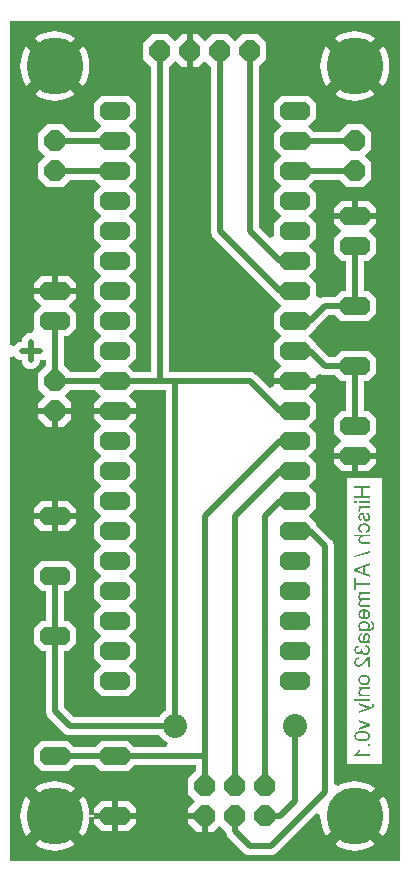
<source format=gbl>
%FSLAX25Y25*%
%MOIN*%
G70*
G01*
G75*
G04 Layer_Physical_Order=2*
G04 Layer_Color=16711680*
%ADD10C,0.02000*%
%ADD11P,0.07577X8X202.5*%
G04:AMPARAMS|DCode=12|XSize=60mil|YSize=100mil|CornerRadius=0mil|HoleSize=0mil|Usage=FLASHONLY|Rotation=270.000|XOffset=0mil|YOffset=0mil|HoleType=Round|Shape=Octagon|*
%AMOCTAGOND12*
4,1,8,0.05000,0.01500,0.05000,-0.01500,0.03500,-0.03000,-0.03500,-0.03000,-0.05000,-0.01500,-0.05000,0.01500,-0.03500,0.03000,0.03500,0.03000,0.05000,0.01500,0.0*
%
%ADD12OCTAGOND12*%

%ADD13P,0.07577X8X112.5*%
G04:AMPARAMS|DCode=14|XSize=100mil|YSize=60mil|CornerRadius=0mil|HoleSize=0mil|Usage=FLASHONLY|Rotation=180.000|XOffset=0mil|YOffset=0mil|HoleType=Round|Shape=Octagon|*
%AMOCTAGOND14*
4,1,8,-0.05000,0.01500,-0.05000,-0.01500,-0.03500,-0.03000,0.03500,-0.03000,0.05000,-0.01500,0.05000,0.01500,0.03500,0.03000,-0.03500,0.03000,-0.05000,0.01500,0.0*
%
%ADD14OCTAGOND14*%

%ADD15C,0.19000*%
%ADD16C,0.08000*%
G36*
X945000Y255000D02*
X815000D01*
Y422916D01*
X815481Y423115D01*
X816420Y423434D01*
X816860Y422860D01*
X817487Y422379D01*
X818217Y422077D01*
X818977Y421977D01*
X819077Y421217D01*
X819380Y420487D01*
X819860Y419860D01*
X820487Y419380D01*
X821217Y419077D01*
X822000Y418974D01*
X822783Y419077D01*
X823513Y419380D01*
X824140Y419860D01*
X824621Y420487D01*
X824923Y421217D01*
X825023Y421977D01*
X825783Y422077D01*
X825783Y422077D01*
X825783Y422077D01*
X826974Y422152D01*
Y420224D01*
X824500Y417750D01*
Y412250D01*
X826750Y410000D01*
X824500Y407750D01*
Y406000D01*
X835500D01*
Y407750D01*
X833250Y410000D01*
X835224Y411974D01*
X843526D01*
X845500Y410000D01*
X843000Y407500D01*
Y406000D01*
X857000D01*
Y407500D01*
X854500Y410000D01*
X856474Y411974D01*
X866974D01*
Y305186D01*
X866650Y305013D01*
X865737Y304263D01*
X864987Y303349D01*
X864814Y303026D01*
X836253D01*
X833026Y306253D01*
Y325000D01*
X834500D01*
X837000Y327500D01*
Y332500D01*
X834500Y335000D01*
X833026D01*
Y345158D01*
X834500D01*
X837000Y347657D01*
Y352658D01*
X834500Y355157D01*
X825500D01*
X823000Y352658D01*
Y347657D01*
X825500Y345158D01*
X826974D01*
Y335000D01*
X825500D01*
X823000Y332500D01*
Y327500D01*
X825500Y325000D01*
X826974D01*
Y305000D01*
X827077Y304217D01*
X827291Y303701D01*
X827380Y303487D01*
X827860Y302860D01*
X832860Y297860D01*
X833487Y297379D01*
X833852Y297228D01*
X834217Y297077D01*
X834308Y297065D01*
X835000Y296974D01*
X835000Y296974D01*
X864814D01*
X864987Y296651D01*
X865737Y295737D01*
X866650Y294987D01*
X867597Y294481D01*
X867233Y293026D01*
X856317D01*
X854500Y294843D01*
X845500D01*
X843683Y293026D01*
X836474D01*
X834500Y295000D01*
X825500D01*
X823000Y292500D01*
Y287500D01*
X825500Y285000D01*
X834500D01*
X836474Y286974D01*
X843368D01*
X845500Y284842D01*
X854500D01*
X856632Y286974D01*
X876974D01*
Y285224D01*
X874500Y282750D01*
Y277250D01*
X876750Y275000D01*
X874500Y272750D01*
Y271000D01*
X880001D01*
Y270001D01*
X881000D01*
Y264500D01*
X882750D01*
X885000Y266750D01*
X887008Y264742D01*
X887077Y264217D01*
X887291Y263701D01*
X887379Y263487D01*
X887860Y262860D01*
X892860Y257860D01*
X893487Y257380D01*
X893852Y257228D01*
X894217Y257077D01*
X894308Y257065D01*
X895000Y256974D01*
X895000Y256974D01*
X902000D01*
X902783Y257077D01*
X903299Y257291D01*
X903513Y257380D01*
X904140Y257860D01*
X917119Y270840D01*
X918481Y270212D01*
X918464Y270000D01*
X918606Y268195D01*
X919029Y266435D01*
X919722Y264763D01*
X920562Y263391D01*
X928585Y271413D01*
D01*
X928586Y271414D01*
X928586Y271415D01*
D01*
X936609Y279437D01*
X935237Y280278D01*
X933565Y280971D01*
X931805Y281394D01*
X930000Y281536D01*
X928195Y281394D01*
X926435Y280971D01*
X924763Y280278D01*
X924335Y280016D01*
X923026Y280749D01*
Y360000D01*
X923026Y360000D01*
X922935Y360692D01*
X922923Y360783D01*
X922772Y361148D01*
X922620Y361513D01*
X922140Y362140D01*
X917140Y367140D01*
X917000Y367247D01*
Y367500D01*
X914500Y370000D01*
X917000Y372500D01*
Y377500D01*
X914500Y380000D01*
X917000Y382500D01*
Y387500D01*
X914500Y390000D01*
X917000Y392500D01*
Y397500D01*
X914500Y400000D01*
X917000Y402500D01*
Y407500D01*
X914500Y410000D01*
X917000Y412500D01*
Y414000D01*
X903000D01*
Y413239D01*
X901614Y412665D01*
X897140Y417140D01*
X896513Y417621D01*
X896299Y417709D01*
X895783Y417923D01*
X895000Y418026D01*
X868026D01*
Y519776D01*
X870000Y521750D01*
X872250Y519500D01*
X874000D01*
Y524999D01*
Y530500D01*
X872250D01*
X870000Y528250D01*
X867750Y530500D01*
X862250D01*
X859500Y527750D01*
Y522250D01*
X861974Y519776D01*
Y418026D01*
X856474D01*
X854500Y420000D01*
X857000Y422500D01*
Y427500D01*
X854500Y430000D01*
X857000Y432500D01*
Y437500D01*
X854500Y440000D01*
X857000Y442500D01*
Y447500D01*
X854500Y450000D01*
X857000Y452500D01*
Y457500D01*
X854500Y460000D01*
X857000Y462500D01*
Y467500D01*
X854500Y470000D01*
X857000Y472500D01*
Y477500D01*
X854500Y480000D01*
X857000Y482500D01*
Y487500D01*
X854500Y490000D01*
X857000Y492500D01*
Y497500D01*
X854500Y500000D01*
X857000Y502500D01*
Y507500D01*
X854500Y510000D01*
X845500D01*
X843000Y507500D01*
Y502500D01*
X845500Y500000D01*
X843526Y498026D01*
X835224D01*
X832750Y500500D01*
X827250D01*
X824500Y497750D01*
Y492250D01*
X826750Y490000D01*
X824500Y487750D01*
Y482250D01*
X827250Y479500D01*
X832750D01*
X835224Y481974D01*
X843526D01*
X845500Y480000D01*
X843000Y477500D01*
Y472500D01*
X845500Y470000D01*
X843000Y467500D01*
Y462500D01*
X845500Y460000D01*
X843000Y457500D01*
Y452500D01*
X845500Y450000D01*
X843000Y447500D01*
Y442500D01*
X845500Y440000D01*
X843000Y437500D01*
Y432500D01*
X845500Y430000D01*
X843000Y427500D01*
Y422500D01*
X845500Y420000D01*
X843526Y418026D01*
X835224D01*
X833026Y420224D01*
Y430000D01*
X834500D01*
X837000Y432500D01*
Y437500D01*
X834500Y440000D01*
X837000Y442500D01*
Y444000D01*
X823000D01*
Y442500D01*
X825500Y440000D01*
X823000Y437500D01*
Y432500D01*
X823199Y432301D01*
X822536Y430955D01*
X822000Y431026D01*
X821217Y430923D01*
X820487Y430620D01*
X819860Y430140D01*
X819380Y429513D01*
X819077Y428783D01*
X818977Y428023D01*
X818217Y427923D01*
X817487Y427621D01*
X816860Y427140D01*
X816420Y426566D01*
X815481Y426885D01*
X815000Y427084D01*
Y535000D01*
X945000D01*
Y255000D01*
D02*
G37*
%LPC*%
G36*
X857000Y404000D02*
X843000D01*
Y402500D01*
X845500Y400000D01*
X843000Y397500D01*
Y392500D01*
X845500Y390000D01*
X843000Y387500D01*
Y382500D01*
X845500Y380000D01*
X843000Y377500D01*
Y372500D01*
X845500Y370000D01*
X843000Y367500D01*
Y362500D01*
X845500Y360000D01*
X843000Y357500D01*
Y352500D01*
X845500Y350000D01*
X843000Y347500D01*
Y342500D01*
X845500Y340000D01*
X843000Y337500D01*
Y332500D01*
X845500Y330000D01*
X843000Y327500D01*
Y322500D01*
X845500Y320000D01*
X843000Y317500D01*
Y312500D01*
X845500Y310000D01*
X854500D01*
X857000Y312500D01*
Y317500D01*
X854500Y320000D01*
X857000Y322500D01*
Y327500D01*
X854500Y330000D01*
X857000Y332500D01*
Y337500D01*
X854500Y340000D01*
X857000Y342500D01*
Y347500D01*
X854500Y350000D01*
X857000Y352500D01*
Y357500D01*
X854500Y360000D01*
X857000Y362500D01*
Y367500D01*
X854500Y370000D01*
X857000Y372500D01*
Y377500D01*
X854500Y380000D01*
X857000Y382500D01*
Y387500D01*
X854500Y390000D01*
X857000Y392500D01*
Y397500D01*
X854500Y400000D01*
X857000Y402500D01*
Y404000D01*
D02*
G37*
G36*
X939002Y382500D02*
X927290D01*
Y287472D01*
X939002D01*
Y382500D01*
D02*
G37*
G36*
X854500Y275157D02*
X851000D01*
Y271158D01*
X857000D01*
Y272657D01*
X854500Y275157D01*
D02*
G37*
G36*
X830000Y281536D02*
X828195Y281394D01*
X826435Y280971D01*
X824763Y280278D01*
X823391Y279437D01*
X830000Y272828D01*
X836609Y279437D01*
X835237Y280278D01*
X833565Y280971D01*
X831805Y281394D01*
X830000Y281536D01*
D02*
G37*
G36*
X829000Y374843D02*
X825500D01*
X823000Y372342D01*
Y370843D01*
X829000D01*
Y374843D01*
D02*
G37*
G36*
X834500D02*
X831000D01*
Y370843D01*
X837000D01*
Y372342D01*
X834500Y374843D01*
D02*
G37*
G36*
X829000Y368843D02*
X823000D01*
Y367342D01*
X825500Y364843D01*
X829000D01*
Y368843D01*
D02*
G37*
G36*
X837000D02*
X831000D01*
Y364843D01*
X834500D01*
X837000Y367342D01*
Y368843D01*
D02*
G37*
G36*
X849000Y275157D02*
X845500D01*
X843000Y272657D01*
Y271158D01*
X849000D01*
Y275157D01*
D02*
G37*
G36*
X820562Y276609D02*
X819722Y275237D01*
X819029Y273565D01*
X818606Y271805D01*
X818464Y270000D01*
X818606Y268195D01*
X819029Y266435D01*
X819722Y264763D01*
X820562Y263391D01*
X827172Y270000D01*
X820562Y276609D01*
D02*
G37*
G36*
X939437D02*
X932828Y270000D01*
X939437Y263391D01*
X940278Y264763D01*
X940971Y266435D01*
X941393Y268195D01*
X941536Y270000D01*
X941393Y271805D01*
X940971Y273565D01*
X940278Y275237D01*
X939437Y276609D01*
D02*
G37*
G36*
X830000Y267172D02*
X823391Y260562D01*
X824763Y259722D01*
X826435Y259029D01*
X828195Y258607D01*
X830000Y258464D01*
X831805Y258607D01*
X833565Y259029D01*
X835237Y259722D01*
X836609Y260562D01*
X830000Y267172D01*
D02*
G37*
G36*
X930000D02*
X923391Y260562D01*
X924763Y259722D01*
X926435Y259029D01*
X928195Y258607D01*
X930000Y258464D01*
X931805Y258607D01*
X933565Y259029D01*
X935237Y259722D01*
X936609Y260562D01*
X930000Y267172D01*
D02*
G37*
G36*
X857000Y269158D02*
X851000D01*
Y265158D01*
X854500D01*
X857000Y267657D01*
Y269158D01*
D02*
G37*
G36*
X839437Y276609D02*
X832828Y270000D01*
X839437Y263391D01*
X840278Y264763D01*
X840971Y266435D01*
X841393Y268195D01*
X841501Y269563D01*
X841501Y269563D01*
X841501D01*
X843000Y269504D01*
Y270496D01*
X842728Y270486D01*
X841501Y270437D01*
X841393Y271805D01*
X840971Y273565D01*
X840278Y275237D01*
X839437Y276609D01*
D02*
G37*
G36*
X879000Y269000D02*
X874500D01*
Y267250D01*
X877250Y264500D01*
X879000D01*
Y269000D01*
D02*
G37*
G36*
X849000Y269158D02*
X843000D01*
Y267657D01*
X845500Y265158D01*
X849000D01*
Y269158D01*
D02*
G37*
G36*
X839437Y526609D02*
X832828Y520000D01*
X839437Y513391D01*
X840278Y514763D01*
X840971Y516435D01*
X841393Y518195D01*
X841536Y520000D01*
X841393Y521805D01*
X840971Y523565D01*
X840278Y525237D01*
X839437Y526609D01*
D02*
G37*
G36*
X920562D02*
X919722Y525237D01*
X919029Y523565D01*
X918606Y521805D01*
X918464Y520000D01*
X918606Y518195D01*
X919029Y516435D01*
X919722Y514763D01*
X920562Y513391D01*
X927172Y520000D01*
X920562Y526609D01*
D02*
G37*
G36*
X930000Y517172D02*
X923391Y510563D01*
X924763Y509722D01*
X926435Y509029D01*
X928195Y508606D01*
X930000Y508464D01*
X931805Y508606D01*
X933565Y509029D01*
X935237Y509722D01*
X936609Y510563D01*
X930000Y517172D01*
D02*
G37*
G36*
X820562Y526609D02*
X819722Y525237D01*
X819029Y523565D01*
X818606Y521805D01*
X818464Y520000D01*
X818606Y518195D01*
X819029Y516435D01*
X819722Y514763D01*
X820562Y513391D01*
X827172Y520000D01*
X820562Y526609D01*
D02*
G37*
G36*
X930000Y531536D02*
X928195Y531393D01*
X926435Y530971D01*
X924763Y530278D01*
X923391Y529437D01*
X930000Y522828D01*
X936609Y529437D01*
X935237Y530278D01*
X933565Y530971D01*
X931805Y531393D01*
X930000Y531536D01*
D02*
G37*
G36*
X897750Y530500D02*
X892250D01*
X890000Y528250D01*
X887750Y530500D01*
X882250D01*
X880000Y528250D01*
X877750Y530500D01*
X876000D01*
Y524999D01*
Y519500D01*
X877750D01*
X880000Y521750D01*
X881974Y519776D01*
Y465000D01*
X882077Y464217D01*
X882291Y463701D01*
X882380Y463487D01*
X882860Y462860D01*
X902860Y442860D01*
X903000Y442753D01*
Y442500D01*
X905500Y440000D01*
X903000Y437500D01*
Y432500D01*
X905500Y430000D01*
X903000Y427500D01*
Y422500D01*
X905500Y420000D01*
X903000Y417500D01*
Y416000D01*
X917000D01*
Y416825D01*
X918345Y417488D01*
X918487Y417380D01*
X918852Y417228D01*
X919217Y417077D01*
X919308Y417065D01*
X920000Y416974D01*
X920000Y416974D01*
X923526D01*
X925500Y415000D01*
X926974D01*
Y405000D01*
X925500D01*
X923000Y402500D01*
Y397500D01*
X925500Y395000D01*
X923000Y392500D01*
Y391000D01*
X937000D01*
Y392500D01*
X934500Y395000D01*
X937000Y397500D01*
Y402500D01*
X934500Y405000D01*
X933026D01*
Y415000D01*
X934500D01*
X937000Y417500D01*
Y422500D01*
X934500Y425000D01*
X925500D01*
X923526Y423026D01*
X921253D01*
X917140Y427140D01*
X917000Y427247D01*
Y427500D01*
X914500Y430000D01*
X917000Y432500D01*
Y432753D01*
X917140Y432860D01*
X921253Y436974D01*
X923526D01*
X925500Y435000D01*
X934500D01*
X937000Y437500D01*
Y442500D01*
X934500Y445000D01*
X933026D01*
Y455000D01*
X934500D01*
X937000Y457500D01*
Y462500D01*
X934500Y465000D01*
X937000Y467500D01*
Y469000D01*
X923000D01*
Y467500D01*
X925500Y465000D01*
X923000Y462500D01*
Y457500D01*
X925500Y455000D01*
X926974D01*
Y445000D01*
X925500D01*
X923526Y443026D01*
X920000D01*
X920000Y443026D01*
X919308Y442935D01*
X919217Y442923D01*
X918852Y442772D01*
X918487Y442621D01*
X918345Y442512D01*
X917000Y443175D01*
Y447500D01*
X914500Y450000D01*
X917000Y452500D01*
Y457500D01*
X914500Y460000D01*
X917000Y462500D01*
Y467500D01*
X914500Y470000D01*
X917000Y472500D01*
Y477500D01*
X914500Y480000D01*
X916474Y481974D01*
X924776D01*
X927250Y479500D01*
X932750D01*
X935500Y482250D01*
Y487750D01*
X933250Y490000D01*
X935500Y492250D01*
Y497750D01*
X932750Y500500D01*
X927250D01*
X924776Y498026D01*
X916474D01*
X914500Y500000D01*
X917000Y502500D01*
Y507500D01*
X914500Y510000D01*
X905500D01*
X903000Y507500D01*
Y502500D01*
X905500Y500000D01*
X903000Y497500D01*
Y492500D01*
X905500Y490000D01*
X903000Y487500D01*
Y482500D01*
X905500Y480000D01*
X903000Y477500D01*
Y472500D01*
X905500Y470000D01*
X903000Y467500D01*
Y463239D01*
X901614Y462665D01*
X898026Y466253D01*
Y519776D01*
X900500Y522250D01*
Y527750D01*
X897750Y530500D01*
D02*
G37*
G36*
X939437Y526609D02*
X932828Y520000D01*
X939437Y513391D01*
X940278Y514763D01*
X940971Y516435D01*
X941393Y518195D01*
X941536Y520000D01*
X941393Y521805D01*
X940971Y523565D01*
X940278Y525237D01*
X939437Y526609D01*
D02*
G37*
G36*
X830000Y531536D02*
X828195Y531393D01*
X826435Y530971D01*
X824763Y530278D01*
X823391Y529437D01*
X830000Y522828D01*
X836609Y529437D01*
X835237Y530278D01*
X833565Y530971D01*
X831805Y531393D01*
X830000Y531536D01*
D02*
G37*
G36*
Y517172D02*
X823391Y510563D01*
X824763Y509722D01*
X826435Y509029D01*
X828195Y508606D01*
X830000Y508464D01*
X831805Y508606D01*
X833565Y509029D01*
X835237Y509722D01*
X836609Y510563D01*
X830000Y517172D01*
D02*
G37*
G36*
X829000Y404000D02*
X824500D01*
Y402250D01*
X827250Y399500D01*
X829000D01*
Y404000D01*
D02*
G37*
G36*
X835500D02*
X831000D01*
Y399500D01*
X832750D01*
X835500Y402250D01*
Y404000D01*
D02*
G37*
G36*
X929000Y389000D02*
X923000D01*
Y387500D01*
X925500Y385000D01*
X929000D01*
Y389000D01*
D02*
G37*
G36*
X937000D02*
X931000D01*
Y385000D01*
X934500D01*
X937000Y387500D01*
Y389000D01*
D02*
G37*
G36*
X929000Y475000D02*
X925500D01*
X923000Y472500D01*
Y471000D01*
X929000D01*
Y475000D01*
D02*
G37*
G36*
X934500D02*
X931000D01*
Y471000D01*
X937000D01*
Y472500D01*
X934500Y475000D01*
D02*
G37*
G36*
X829000Y450000D02*
X825500D01*
X823000Y447500D01*
Y446000D01*
X829000D01*
Y450000D01*
D02*
G37*
G36*
X834500D02*
X831000D01*
Y446000D01*
X837000D01*
Y447500D01*
X834500Y450000D01*
D02*
G37*
%LPD*%
G36*
X933764Y326949D02*
X933875Y326927D01*
X934082Y326861D01*
X934260Y326779D01*
X934334Y326735D01*
X934408Y326690D01*
X934475Y326646D01*
X934526Y326602D01*
X934578Y326565D01*
X934615Y326528D01*
X934645Y326505D01*
X934667Y326483D01*
X934682Y326468D01*
X934689Y326461D01*
X934756Y326372D01*
X934822Y326283D01*
X934874Y326195D01*
X934919Y326098D01*
X934993Y325913D01*
X935037Y325736D01*
X935052Y325654D01*
X935067Y325580D01*
X935074Y325514D01*
X935081Y325455D01*
X935089Y325410D01*
Y325373D01*
Y325351D01*
Y325344D01*
X935081Y325203D01*
X935067Y325077D01*
X935044Y324951D01*
X935015Y324833D01*
X934978Y324722D01*
X934941Y324626D01*
X934896Y324530D01*
X934852Y324448D01*
X934815Y324367D01*
X934771Y324300D01*
X934734Y324241D01*
X934697Y324197D01*
X934667Y324160D01*
X934645Y324130D01*
X934630Y324115D01*
X934623Y324108D01*
X934534Y324019D01*
X934438Y323945D01*
X934341Y323878D01*
X934245Y323819D01*
X934156Y323775D01*
X934060Y323730D01*
X933883Y323671D01*
X933801Y323656D01*
X933727Y323642D01*
X933661Y323627D01*
X933601Y323619D01*
X933557Y323612D01*
X933490D01*
X933313Y323619D01*
X933150Y323649D01*
X933009Y323693D01*
X932891Y323738D01*
X932795Y323782D01*
X932721Y323827D01*
X932676Y323856D01*
X932662Y323864D01*
X932551Y323967D01*
X932454Y324078D01*
X932380Y324197D01*
X932321Y324315D01*
X932277Y324419D01*
X932247Y324500D01*
X932240Y324530D01*
X932232Y324552D01*
X932225Y324567D01*
Y324574D01*
X932158Y324448D01*
X932092Y324345D01*
X932018Y324256D01*
X931951Y324182D01*
X931892Y324123D01*
X931840Y324078D01*
X931811Y324056D01*
X931796Y324049D01*
X931692Y323989D01*
X931589Y323945D01*
X931485Y323908D01*
X931389Y323886D01*
X931307Y323871D01*
X931248Y323864D01*
X931189D01*
X931063Y323871D01*
X930937Y323893D01*
X930826Y323923D01*
X930730Y323960D01*
X930649Y323997D01*
X930582Y324026D01*
X930545Y324049D01*
X930530Y324056D01*
X930419Y324130D01*
X930323Y324219D01*
X930242Y324308D01*
X930168Y324396D01*
X930116Y324470D01*
X930072Y324537D01*
X930049Y324581D01*
X930042Y324589D01*
Y324596D01*
X929983Y324729D01*
X929938Y324863D01*
X929901Y324996D01*
X929879Y325114D01*
X929864Y325210D01*
X929857Y325292D01*
Y325321D01*
Y325344D01*
Y325358D01*
Y325366D01*
Y325477D01*
X929872Y325580D01*
X929909Y325780D01*
X929968Y325950D01*
X930027Y326098D01*
X930064Y326165D01*
X930094Y326217D01*
X930123Y326269D01*
X930153Y326306D01*
X930175Y326335D01*
X930190Y326357D01*
X930197Y326372D01*
X930205Y326380D01*
X930345Y326520D01*
X930501Y326631D01*
X930664Y326720D01*
X930826Y326794D01*
X930967Y326838D01*
X931026Y326861D01*
X931078Y326875D01*
X931122Y326883D01*
X931152Y326890D01*
X931174Y326898D01*
X931182D01*
X931293Y326269D01*
X931130Y326239D01*
X930989Y326195D01*
X930871Y326143D01*
X930775Y326091D01*
X930701Y326039D01*
X930649Y325995D01*
X930612Y325965D01*
X930604Y325958D01*
X930530Y325862D01*
X930471Y325758D01*
X930434Y325662D01*
X930405Y325566D01*
X930390Y325477D01*
X930375Y325410D01*
Y325366D01*
Y325358D01*
Y325351D01*
X930382Y325218D01*
X930412Y325099D01*
X930449Y324996D01*
X930486Y324907D01*
X930530Y324840D01*
X930567Y324789D01*
X930597Y324752D01*
X930604Y324744D01*
X930693Y324663D01*
X930789Y324604D01*
X930886Y324567D01*
X930974Y324537D01*
X931056Y324522D01*
X931115Y324507D01*
X931256D01*
X931330Y324522D01*
X931455Y324559D01*
X931566Y324611D01*
X931663Y324670D01*
X931729Y324729D01*
X931781Y324781D01*
X931811Y324818D01*
X931818Y324826D01*
Y324833D01*
X931885Y324959D01*
X931936Y325077D01*
X931973Y325203D01*
X931996Y325314D01*
X932010Y325410D01*
X932025Y325492D01*
Y325521D01*
Y325543D01*
Y325551D01*
Y325558D01*
Y325588D01*
X932018Y325617D01*
Y325647D01*
Y325654D01*
X932573Y325728D01*
X932551Y325632D01*
X932536Y325543D01*
X932521Y325469D01*
X932514Y325403D01*
X932506Y325351D01*
Y325314D01*
Y325292D01*
Y325284D01*
X932521Y325129D01*
X932551Y324988D01*
X932595Y324863D01*
X932647Y324759D01*
X932699Y324678D01*
X932743Y324618D01*
X932773Y324581D01*
X932787Y324567D01*
X932898Y324470D01*
X933017Y324396D01*
X933135Y324345D01*
X933254Y324315D01*
X933350Y324293D01*
X933431Y324285D01*
X933461Y324278D01*
X933505D01*
X933668Y324293D01*
X933816Y324330D01*
X933942Y324374D01*
X934053Y324433D01*
X934142Y324493D01*
X934208Y324537D01*
X934253Y324574D01*
X934267Y324589D01*
X934371Y324707D01*
X934445Y324833D01*
X934497Y324959D01*
X934534Y325077D01*
X934556Y325181D01*
X934563Y325262D01*
X934571Y325292D01*
Y325314D01*
Y325329D01*
Y325336D01*
X934563Y325469D01*
X934534Y325595D01*
X934497Y325706D01*
X934452Y325795D01*
X934415Y325869D01*
X934378Y325928D01*
X934349Y325958D01*
X934341Y325973D01*
X934238Y326061D01*
X934119Y326135D01*
X933994Y326202D01*
X933860Y326254D01*
X933749Y326291D01*
X933698Y326306D01*
X933653Y326313D01*
X933616Y326320D01*
X933587Y326328D01*
X933572Y326335D01*
X933564D01*
X933646Y326964D01*
X933764Y326949D01*
D02*
G37*
G36*
X935000Y319683D02*
X934393D01*
Y322206D01*
X934267Y322117D01*
X934216Y322073D01*
X934164Y322036D01*
X934119Y321999D01*
X934090Y321969D01*
X934068Y321947D01*
X934060Y321940D01*
X934023Y321903D01*
X933986Y321858D01*
X933890Y321755D01*
X933779Y321636D01*
X933668Y321510D01*
X933572Y321392D01*
X933527Y321340D01*
X933483Y321296D01*
X933453Y321259D01*
X933431Y321229D01*
X933416Y321214D01*
X933409Y321207D01*
X933305Y321089D01*
X933209Y320970D01*
X933113Y320867D01*
X933032Y320770D01*
X932950Y320682D01*
X932876Y320608D01*
X932810Y320534D01*
X932750Y320474D01*
X932691Y320415D01*
X932647Y320371D01*
X932610Y320334D01*
X932573Y320297D01*
X932528Y320260D01*
X932514Y320245D01*
X932388Y320141D01*
X932277Y320053D01*
X932166Y319979D01*
X932077Y319919D01*
X931996Y319875D01*
X931936Y319845D01*
X931899Y319831D01*
X931885Y319823D01*
X931774Y319779D01*
X931663Y319749D01*
X931559Y319720D01*
X931470Y319705D01*
X931389Y319697D01*
X931330Y319690D01*
X931278D01*
X931167Y319697D01*
X931063Y319712D01*
X930960Y319727D01*
X930871Y319757D01*
X930693Y319831D01*
X930553Y319905D01*
X930486Y319949D01*
X930434Y319986D01*
X930382Y320023D01*
X930345Y320060D01*
X930316Y320090D01*
X930286Y320104D01*
X930279Y320119D01*
X930271Y320127D01*
X930197Y320208D01*
X930131Y320297D01*
X930079Y320393D01*
X930035Y320489D01*
X929961Y320682D01*
X929909Y320874D01*
X929894Y320955D01*
X929879Y321037D01*
X929872Y321111D01*
X929864Y321170D01*
X929857Y321222D01*
Y321266D01*
Y321288D01*
Y321296D01*
X929864Y321429D01*
X929872Y321555D01*
X929894Y321673D01*
X929916Y321784D01*
X929946Y321888D01*
X929975Y321984D01*
X930012Y322073D01*
X930049Y322154D01*
X930086Y322228D01*
X930123Y322287D01*
X930153Y322339D01*
X930183Y322384D01*
X930205Y322421D01*
X930227Y322443D01*
X930234Y322458D01*
X930242Y322465D01*
X930316Y322539D01*
X930397Y322606D01*
X930486Y322672D01*
X930575Y322724D01*
X930752Y322813D01*
X930930Y322872D01*
X931011Y322894D01*
X931093Y322916D01*
X931159Y322931D01*
X931219Y322946D01*
X931270Y322953D01*
X931307D01*
X931330Y322961D01*
X931337D01*
X931404Y322317D01*
X931233Y322302D01*
X931085Y322273D01*
X930952Y322228D01*
X930849Y322176D01*
X930760Y322132D01*
X930701Y322088D01*
X930664Y322058D01*
X930649Y322043D01*
X930560Y321932D01*
X930493Y321814D01*
X930442Y321688D01*
X930412Y321577D01*
X930390Y321473D01*
X930382Y321385D01*
X930375Y321355D01*
Y321333D01*
Y321318D01*
Y321311D01*
X930382Y321155D01*
X930412Y321015D01*
X930456Y320896D01*
X930501Y320793D01*
X930553Y320711D01*
X930590Y320659D01*
X930619Y320622D01*
X930634Y320608D01*
X930738Y320519D01*
X930841Y320452D01*
X930945Y320400D01*
X931048Y320371D01*
X931130Y320349D01*
X931204Y320341D01*
X931248Y320334D01*
X931263D01*
X931396Y320349D01*
X931537Y320378D01*
X931663Y320430D01*
X931781Y320482D01*
X931877Y320541D01*
X931959Y320593D01*
X931988Y320608D01*
X932010Y320622D01*
X932018Y320637D01*
X932025D01*
X932107Y320696D01*
X932188Y320770D01*
X932277Y320852D01*
X932366Y320941D01*
X932543Y321126D01*
X932721Y321311D01*
X932802Y321407D01*
X932876Y321488D01*
X932943Y321570D01*
X933002Y321636D01*
X933046Y321688D01*
X933083Y321732D01*
X933106Y321762D01*
X933113Y321769D01*
X933268Y321954D01*
X933416Y322125D01*
X933550Y322265D01*
X933661Y322376D01*
X933757Y322472D01*
X933823Y322539D01*
X933868Y322576D01*
X933875Y322591D01*
X933883D01*
X934008Y322694D01*
X934127Y322776D01*
X934245Y322850D01*
X934349Y322909D01*
X934438Y322953D01*
X934504Y322983D01*
X934549Y322998D01*
X934556Y323005D01*
X934563D01*
X934645Y323035D01*
X934719Y323050D01*
X934793Y323064D01*
X934859Y323072D01*
X934919Y323079D01*
X935000D01*
Y319683D01*
D02*
G37*
G36*
X933313Y317070D02*
X933476Y317056D01*
X933624Y317033D01*
X933764Y317004D01*
X933890Y316967D01*
X934008Y316930D01*
X934119Y316885D01*
X934216Y316841D01*
X934304Y316797D01*
X934378Y316752D01*
X934438Y316715D01*
X934489Y316678D01*
X934534Y316649D01*
X934563Y316626D01*
X934578Y316612D01*
X934586Y316604D01*
X934674Y316508D01*
X934748Y316412D01*
X934815Y316308D01*
X934874Y316205D01*
X934919Y316101D01*
X934963Y315990D01*
X935022Y315790D01*
X935037Y315701D01*
X935052Y315613D01*
X935067Y315539D01*
X935074Y315472D01*
X935081Y315413D01*
Y315376D01*
Y315346D01*
Y315339D01*
X935074Y315161D01*
X935044Y314998D01*
X935007Y314843D01*
X934970Y314717D01*
X934926Y314606D01*
X934911Y314562D01*
X934896Y314525D01*
X934882Y314488D01*
X934867Y314466D01*
X934859Y314458D01*
Y314451D01*
X934763Y314303D01*
X934660Y314177D01*
X934556Y314066D01*
X934452Y313977D01*
X934364Y313911D01*
X934290Y313859D01*
X934260Y313844D01*
X934238Y313829D01*
X934230Y313822D01*
X934223D01*
X934053Y313748D01*
X933868Y313696D01*
X933683Y313652D01*
X933498Y313629D01*
X933416Y313615D01*
X933342D01*
X933268Y313607D01*
X933209Y313600D01*
X933091D01*
X932928Y313607D01*
X932780Y313622D01*
X932639Y313644D01*
X932506Y313674D01*
X932380Y313711D01*
X932269Y313755D01*
X932158Y313800D01*
X932070Y313844D01*
X931988Y313888D01*
X931914Y313933D01*
X931848Y313977D01*
X931796Y314014D01*
X931759Y314044D01*
X931729Y314066D01*
X931714Y314081D01*
X931707Y314088D01*
X931618Y314184D01*
X931544Y314281D01*
X931470Y314384D01*
X931418Y314488D01*
X931367Y314591D01*
X931330Y314695D01*
X931263Y314895D01*
X931248Y314991D01*
X931233Y315072D01*
X931219Y315146D01*
X931211Y315213D01*
X931204Y315265D01*
Y315302D01*
Y315331D01*
Y315339D01*
X931211Y315465D01*
X931219Y315583D01*
X931270Y315812D01*
X931337Y316012D01*
X931374Y316101D01*
X931411Y316182D01*
X931448Y316256D01*
X931485Y316316D01*
X931522Y316375D01*
X931552Y316419D01*
X931581Y316456D01*
X931603Y316486D01*
X931611Y316501D01*
X931618Y316508D01*
X931714Y316612D01*
X931825Y316693D01*
X931944Y316774D01*
X932062Y316834D01*
X932188Y316893D01*
X932321Y316937D01*
X932447Y316974D01*
X932565Y317004D01*
X932684Y317033D01*
X932787Y317048D01*
X932891Y317063D01*
X932972Y317070D01*
X933046D01*
X933098Y317078D01*
X933143D01*
X933313Y317070D01*
D02*
G37*
G36*
X933342Y338945D02*
X933498Y338930D01*
X933646Y338908D01*
X933779Y338878D01*
X933905Y338841D01*
X934023Y338804D01*
X934127Y338760D01*
X934223Y338715D01*
X934304Y338671D01*
X934378Y338627D01*
X934438Y338590D01*
X934489Y338553D01*
X934534Y338523D01*
X934563Y338501D01*
X934578Y338486D01*
X934586Y338479D01*
X934674Y338382D01*
X934748Y338286D01*
X934815Y338183D01*
X934874Y338072D01*
X934919Y337968D01*
X934963Y337857D01*
X935022Y337650D01*
X935037Y337554D01*
X935052Y337465D01*
X935067Y337383D01*
X935074Y337317D01*
X935081Y337265D01*
Y337221D01*
Y337191D01*
Y337184D01*
X935067Y336954D01*
X935030Y336747D01*
X934985Y336562D01*
X934956Y336488D01*
X934926Y336414D01*
X934896Y336347D01*
X934867Y336288D01*
X934845Y336244D01*
X934822Y336199D01*
X934800Y336170D01*
X934785Y336148D01*
X934771Y336133D01*
Y336125D01*
X934637Y335977D01*
X934497Y335859D01*
X934349Y335755D01*
X934208Y335681D01*
X934082Y335622D01*
X934023Y335600D01*
X933979Y335578D01*
X933934Y335563D01*
X933905Y335556D01*
X933890Y335548D01*
X933883D01*
X933801Y336199D01*
X933942Y336259D01*
X934060Y336325D01*
X934164Y336392D01*
X934245Y336451D01*
X934304Y336503D01*
X934349Y336547D01*
X934378Y336584D01*
X934386Y336592D01*
X934445Y336688D01*
X934489Y336784D01*
X934519Y336888D01*
X934541Y336976D01*
X934556Y337058D01*
X934563Y337124D01*
Y337169D01*
Y337176D01*
Y337184D01*
X934556Y337272D01*
X934549Y337354D01*
X934512Y337502D01*
X934460Y337635D01*
X934401Y337753D01*
X934349Y337842D01*
X934297Y337909D01*
X934260Y337953D01*
X934245Y337961D01*
Y337968D01*
X934112Y338072D01*
X933964Y338153D01*
X933801Y338212D01*
X933653Y338257D01*
X933520Y338279D01*
X933461Y338294D01*
X933409Y338301D01*
X933365D01*
X933335Y338308D01*
X933305D01*
Y335533D01*
X933231Y335526D01*
X933143D01*
X932972Y335533D01*
X932817Y335548D01*
X932669Y335570D01*
X932528Y335600D01*
X932403Y335637D01*
X932284Y335674D01*
X932181Y335718D01*
X932084Y335763D01*
X931996Y335807D01*
X931922Y335852D01*
X931862Y335889D01*
X931811Y335926D01*
X931766Y335955D01*
X931737Y335977D01*
X931722Y335992D01*
X931714Y336000D01*
X931626Y336088D01*
X931544Y336185D01*
X931478Y336288D01*
X931418Y336392D01*
X931367Y336495D01*
X931330Y336592D01*
X931293Y336695D01*
X931270Y336784D01*
X931248Y336880D01*
X931233Y336962D01*
X931219Y337036D01*
X931211Y337095D01*
X931204Y337147D01*
Y337191D01*
Y337213D01*
Y337221D01*
X931211Y337361D01*
X931226Y337494D01*
X931248Y337620D01*
X931285Y337739D01*
X931322Y337850D01*
X931367Y337953D01*
X931411Y338049D01*
X931463Y338131D01*
X931507Y338212D01*
X931559Y338279D01*
X931603Y338338D01*
X931640Y338382D01*
X931677Y338419D01*
X931700Y338449D01*
X931714Y338464D01*
X931722Y338471D01*
X931825Y338553D01*
X931936Y338627D01*
X932047Y338693D01*
X932166Y338752D01*
X932292Y338797D01*
X932410Y338834D01*
X932647Y338893D01*
X932750Y338915D01*
X932854Y338930D01*
X932943Y338937D01*
X933024Y338945D01*
X933091Y338952D01*
X933180D01*
X933342Y338945D01*
D02*
G37*
G36*
X933268Y334993D02*
X933409Y334986D01*
X933661Y334934D01*
X933779Y334904D01*
X933883Y334867D01*
X933986Y334830D01*
X934075Y334793D01*
X934164Y334756D01*
X934238Y334719D01*
X934297Y334682D01*
X934356Y334653D01*
X934393Y334623D01*
X934430Y334601D01*
X934445Y334594D01*
X934452Y334586D01*
X934549Y334505D01*
X934630Y334416D01*
X934704Y334320D01*
X934771Y334224D01*
X934822Y334120D01*
X934867Y334024D01*
X934904Y333928D01*
X934933Y333831D01*
X934956Y333743D01*
X934970Y333661D01*
X934985Y333587D01*
X934993Y333521D01*
Y333469D01*
X935000Y333432D01*
Y333402D01*
Y333395D01*
X934993Y333284D01*
X934978Y333173D01*
X934956Y333069D01*
X934926Y332973D01*
X934845Y332803D01*
X934756Y332647D01*
X934711Y332588D01*
X934667Y332529D01*
X934623Y332477D01*
X934586Y332440D01*
X934556Y332411D01*
X934534Y332388D01*
X934519Y332374D01*
X934512Y332366D01*
X934719D01*
X934815Y332374D01*
X934970D01*
X935037Y332381D01*
X935096D01*
X935148Y332388D01*
X935222Y332396D01*
X935281Y332403D01*
X935311Y332411D01*
X935318D01*
X935429Y332448D01*
X935525Y332499D01*
X935607Y332551D01*
X935681Y332603D01*
X935733Y332655D01*
X935777Y332699D01*
X935799Y332729D01*
X935807Y332736D01*
X935866Y332832D01*
X935910Y332943D01*
X935940Y333054D01*
X935962Y333158D01*
X935977Y333262D01*
X935984Y333336D01*
Y333365D01*
Y333387D01*
Y333402D01*
Y333410D01*
X935977Y333550D01*
X935955Y333683D01*
X935925Y333794D01*
X935888Y333883D01*
X935858Y333957D01*
X935829Y334009D01*
X935807Y334039D01*
X935799Y334053D01*
X935747Y334113D01*
X935681Y334157D01*
X935614Y334194D01*
X935548Y334224D01*
X935481Y334238D01*
X935429Y334253D01*
X935400Y334261D01*
X935385D01*
X935303Y334875D01*
X935414D01*
X935511Y334860D01*
X935607Y334845D01*
X935696Y334823D01*
X935851Y334756D01*
X935977Y334682D01*
X936073Y334608D01*
X936140Y334549D01*
X936184Y334497D01*
X936191Y334490D01*
X936199Y334483D01*
X936302Y334320D01*
X936376Y334142D01*
X936428Y333965D01*
X936465Y333794D01*
X936480Y333713D01*
X936487Y333639D01*
X936495Y333580D01*
Y333521D01*
X936502Y333476D01*
Y333439D01*
Y333417D01*
Y333410D01*
X936495Y333210D01*
X936465Y333025D01*
X936436Y332862D01*
X936391Y332729D01*
X936354Y332618D01*
X936339Y332573D01*
X936317Y332536D01*
X936310Y332507D01*
X936295Y332485D01*
X936288Y332477D01*
Y332470D01*
X936206Y332337D01*
X936110Y332218D01*
X936014Y332122D01*
X935925Y332041D01*
X935844Y331981D01*
X935777Y331944D01*
X935733Y331915D01*
X935725Y331907D01*
X935718D01*
X935644Y331878D01*
X935562Y331848D01*
X935474Y331826D01*
X935377Y331804D01*
X935170Y331774D01*
X934970Y331752D01*
X934874Y331745D01*
X934785Y331737D01*
X934704D01*
X934637Y331730D01*
X931285D01*
Y332307D01*
X931744D01*
X931648Y332388D01*
X931566Y332477D01*
X931492Y332566D01*
X931433Y332655D01*
X931381Y332751D01*
X931337Y332840D01*
X931300Y332929D01*
X931270Y333010D01*
X931248Y333091D01*
X931233Y333165D01*
X931219Y333232D01*
X931211Y333284D01*
X931204Y333328D01*
Y333365D01*
Y333387D01*
Y333395D01*
X931211Y333572D01*
X931241Y333735D01*
X931285Y333883D01*
X931330Y334009D01*
X931374Y334113D01*
X931418Y334187D01*
X931433Y334216D01*
X931448Y334238D01*
X931455Y334246D01*
Y334253D01*
X931552Y334379D01*
X931670Y334490D01*
X931781Y334586D01*
X931892Y334668D01*
X931996Y334727D01*
X932077Y334771D01*
X932107Y334786D01*
X932129Y334801D01*
X932144Y334808D01*
X932151D01*
X932321Y334875D01*
X932491Y334919D01*
X932654Y334956D01*
X932802Y334978D01*
X932935Y334993D01*
X932987D01*
X933039Y335001D01*
X933128D01*
X933268Y334993D01*
D02*
G37*
G36*
X934112Y330982D02*
X934186Y330975D01*
X934341Y330938D01*
X934467Y330886D01*
X934578Y330827D01*
X934667Y330768D01*
X934734Y330716D01*
X934771Y330679D01*
X934785Y330664D01*
X934882Y330531D01*
X934956Y330383D01*
X935007Y330220D01*
X935044Y330072D01*
X935067Y329939D01*
X935074Y329880D01*
Y329828D01*
X935081Y329784D01*
Y329754D01*
Y329732D01*
Y329724D01*
X935074Y329591D01*
X935059Y329458D01*
X935044Y329340D01*
X935022Y329236D01*
X935000Y329155D01*
X934978Y329088D01*
X934970Y329044D01*
X934963Y329029D01*
X934911Y328903D01*
X934845Y328785D01*
X934771Y328674D01*
X934704Y328563D01*
X934637Y328474D01*
X934586Y328407D01*
X934549Y328363D01*
X934534Y328355D01*
Y328348D01*
X934630Y328333D01*
X934719Y328318D01*
X934800Y328304D01*
X934867Y328281D01*
X934926Y328259D01*
X934963Y328244D01*
X934993Y328237D01*
X935000Y328230D01*
Y327571D01*
X934919Y327608D01*
X934837Y327645D01*
X934763Y327675D01*
X934697Y327689D01*
X934637Y327712D01*
X934593Y327719D01*
X934563Y327726D01*
X934556D01*
X934504Y327734D01*
X934438Y327741D01*
X934364D01*
X934282Y327749D01*
X934097Y327756D01*
X933912D01*
X933735Y327763D01*
X932462D01*
X932336Y327771D01*
X932240Y327778D01*
X932158D01*
X932099Y327786D01*
X932055Y327793D01*
X932033Y327800D01*
X932025D01*
X931929Y327823D01*
X931848Y327852D01*
X931781Y327882D01*
X931714Y327919D01*
X931670Y327948D01*
X931633Y327971D01*
X931611Y327985D01*
X931603Y327993D01*
X931544Y328052D01*
X931485Y328119D01*
X931441Y328193D01*
X931396Y328267D01*
X931367Y328333D01*
X931344Y328385D01*
X931330Y328422D01*
X931322Y328437D01*
X931285Y328555D01*
X931256Y328681D01*
X931233Y328807D01*
X931219Y328933D01*
X931211Y329044D01*
X931204Y329125D01*
Y329162D01*
Y329184D01*
Y329199D01*
Y329206D01*
X931211Y329384D01*
X931226Y329539D01*
X931248Y329687D01*
X931270Y329806D01*
X931293Y329909D01*
X931315Y329983D01*
X931322Y330013D01*
X931330Y330035D01*
X931337Y330043D01*
Y330050D01*
X931389Y330176D01*
X931455Y330287D01*
X931515Y330383D01*
X931574Y330464D01*
X931633Y330524D01*
X931677Y330568D01*
X931707Y330598D01*
X931714Y330605D01*
X931811Y330672D01*
X931914Y330731D01*
X932018Y330775D01*
X932114Y330812D01*
X932210Y330842D01*
X932277Y330864D01*
X932306Y330871D01*
X932329D01*
X932336Y330879D01*
X932343D01*
X932425Y330265D01*
X932292Y330220D01*
X932173Y330176D01*
X932077Y330124D01*
X932003Y330080D01*
X931944Y330035D01*
X931907Y329998D01*
X931885Y329969D01*
X931877Y329961D01*
X931825Y329872D01*
X931788Y329769D01*
X931759Y329658D01*
X931744Y329554D01*
X931729Y329451D01*
X931722Y329377D01*
Y329347D01*
Y329325D01*
Y329310D01*
Y329303D01*
X931729Y329132D01*
X931751Y328984D01*
X931788Y328866D01*
X931825Y328762D01*
X931870Y328688D01*
X931899Y328629D01*
X931929Y328592D01*
X931936Y328585D01*
X932003Y328526D01*
X932084Y328481D01*
X932173Y328444D01*
X932262Y328422D01*
X932343Y328407D01*
X932417Y328400D01*
X932573D01*
X932617Y328407D01*
X932639D01*
X932662Y328481D01*
X932684Y328563D01*
X932728Y328733D01*
X932765Y328925D01*
X932802Y329103D01*
X932817Y329192D01*
X932824Y329273D01*
X932839Y329347D01*
X932847Y329406D01*
X932854Y329458D01*
Y329495D01*
X932861Y329525D01*
Y329532D01*
X932876Y329665D01*
X932898Y329776D01*
X932913Y329872D01*
X932928Y329946D01*
X932935Y330006D01*
X932950Y330050D01*
X932958Y330080D01*
Y330087D01*
X932987Y330183D01*
X933017Y330265D01*
X933054Y330346D01*
X933083Y330413D01*
X933113Y330472D01*
X933143Y330509D01*
X933157Y330538D01*
X933165Y330546D01*
X933217Y330620D01*
X933276Y330679D01*
X933335Y330738D01*
X933394Y330783D01*
X933446Y330820D01*
X933490Y330849D01*
X933520Y330864D01*
X933527Y330871D01*
X933609Y330908D01*
X933698Y330938D01*
X933779Y330960D01*
X933860Y330975D01*
X933927Y330982D01*
X933979Y330990D01*
X934023D01*
X934112Y330982D01*
D02*
G37*
G36*
X935000Y312231D02*
X932854D01*
X932728Y312216D01*
X932625Y312201D01*
X932528Y312186D01*
X932440Y312164D01*
X932358Y312142D01*
X932284Y312112D01*
X932225Y312083D01*
X932173Y312061D01*
X932129Y312031D01*
X932092Y312009D01*
X932062Y311987D01*
X932025Y311957D01*
X932010Y311942D01*
X931922Y311831D01*
X931862Y311713D01*
X931818Y311594D01*
X931781Y311491D01*
X931766Y311395D01*
X931759Y311321D01*
X931751Y311291D01*
Y311269D01*
Y311261D01*
Y311254D01*
X931759Y311165D01*
X931766Y311076D01*
X931788Y311002D01*
X931811Y310943D01*
X931833Y310891D01*
X931848Y310847D01*
X931862Y310825D01*
X931870Y310817D01*
X931914Y310751D01*
X931966Y310692D01*
X932018Y310647D01*
X932062Y310610D01*
X932107Y310588D01*
X932144Y310566D01*
X932166Y310551D01*
X932173D01*
X932255Y310529D01*
X932343Y310507D01*
X932440Y310492D01*
X932536Y310484D01*
X932617Y310477D01*
X935000D01*
Y309848D01*
X932565D01*
X932440Y309855D01*
X932336Y309863D01*
X932247D01*
X932188Y309870D01*
X932144Y309878D01*
X932114Y309885D01*
X932107D01*
X932010Y309907D01*
X931922Y309944D01*
X931848Y309974D01*
X931774Y310003D01*
X931722Y310040D01*
X931685Y310063D01*
X931655Y310077D01*
X931648Y310085D01*
X931574Y310144D01*
X931515Y310211D01*
X931455Y310277D01*
X931411Y310351D01*
X931374Y310410D01*
X931352Y310462D01*
X931337Y310492D01*
X931330Y310507D01*
X931285Y310610D01*
X931256Y310721D01*
X931233Y310825D01*
X931219Y310921D01*
X931211Y311002D01*
X931204Y311062D01*
Y311106D01*
Y311113D01*
Y311121D01*
X931211Y311261D01*
X931233Y311395D01*
X931263Y311513D01*
X931300Y311631D01*
X931344Y311735D01*
X931396Y311831D01*
X931455Y311920D01*
X931507Y311994D01*
X931566Y312068D01*
X931626Y312127D01*
X931677Y312179D01*
X931722Y312223D01*
X931759Y312253D01*
X931788Y312275D01*
X931811Y312290D01*
X931818Y312297D01*
X931285D01*
Y312860D01*
X935000D01*
Y312231D01*
D02*
G37*
G36*
X932736Y298304D02*
X932980Y298289D01*
X933202Y298267D01*
X933409Y298230D01*
X933601Y298193D01*
X933772Y298149D01*
X933927Y298104D01*
X934060Y298060D01*
X934179Y298015D01*
X934282Y297964D01*
X934371Y297927D01*
X934438Y297890D01*
X934497Y297853D01*
X934534Y297830D01*
X934556Y297816D01*
X934563Y297808D01*
X934652Y297727D01*
X934734Y297638D01*
X934808Y297542D01*
X934867Y297446D01*
X934919Y297349D01*
X934963Y297253D01*
X934993Y297157D01*
X935022Y297068D01*
X935044Y296979D01*
X935059Y296898D01*
X935074Y296824D01*
X935081Y296765D01*
X935089Y296713D01*
Y296669D01*
Y296646D01*
Y296639D01*
X935074Y296439D01*
X935044Y296254D01*
X934993Y296099D01*
X934941Y295966D01*
X934889Y295855D01*
X934859Y295818D01*
X934837Y295781D01*
X934822Y295751D01*
X934808Y295729D01*
X934793Y295721D01*
Y295714D01*
X934667Y295581D01*
X934534Y295470D01*
X934386Y295374D01*
X934253Y295300D01*
X934127Y295240D01*
X934075Y295211D01*
X934023Y295196D01*
X933986Y295181D01*
X933957Y295166D01*
X933942Y295159D01*
X933934D01*
X933823Y295122D01*
X933712Y295092D01*
X933476Y295048D01*
X933231Y295011D01*
X932995Y294989D01*
X932891Y294981D01*
X932795Y294974D01*
X932706D01*
X932625Y294967D01*
X932336D01*
X932203Y294974D01*
X932084D01*
X931966Y294981D01*
X931862Y294996D01*
X931759Y295004D01*
X931670Y295011D01*
X931589Y295026D01*
X931515Y295033D01*
X931448Y295048D01*
X931396Y295055D01*
X931352Y295063D01*
X931315Y295070D01*
X931293Y295078D01*
X931278Y295085D01*
X931270D01*
X931108Y295129D01*
X930960Y295181D01*
X930834Y295240D01*
X930723Y295285D01*
X930627Y295337D01*
X930560Y295366D01*
X930523Y295396D01*
X930508Y295403D01*
X930397Y295485D01*
X930301Y295566D01*
X930220Y295655D01*
X930146Y295736D01*
X930094Y295810D01*
X930057Y295869D01*
X930035Y295906D01*
X930027Y295914D01*
Y295921D01*
X929968Y296040D01*
X929931Y296165D01*
X929901Y296284D01*
X929879Y296395D01*
X929864Y296491D01*
X929857Y296572D01*
Y296602D01*
Y296624D01*
Y296632D01*
Y296639D01*
X929872Y296839D01*
X929901Y297024D01*
X929953Y297179D01*
X930005Y297312D01*
X930064Y297423D01*
X930086Y297468D01*
X930116Y297505D01*
X930131Y297534D01*
X930146Y297557D01*
X930160Y297564D01*
Y297571D01*
X930279Y297705D01*
X930419Y297816D01*
X930560Y297912D01*
X930693Y297986D01*
X930819Y298045D01*
X930871Y298075D01*
X930923Y298089D01*
X930960Y298104D01*
X930989Y298119D01*
X931004Y298126D01*
X931011D01*
X931122Y298156D01*
X931233Y298186D01*
X931478Y298230D01*
X931722Y298267D01*
X931951Y298289D01*
X932062Y298297D01*
X932158Y298304D01*
X932247D01*
X932329Y298311D01*
X932477D01*
X932736Y298304D01*
D02*
G37*
G36*
X935000Y293257D02*
X934282D01*
Y293975D01*
X935000D01*
Y293257D01*
D02*
G37*
G36*
X931707Y291748D02*
X931655Y291637D01*
X931603Y291526D01*
X931552Y291422D01*
X931507Y291333D01*
X931470Y291259D01*
X931441Y291215D01*
X931433Y291207D01*
Y291200D01*
X931352Y291067D01*
X931270Y290948D01*
X931196Y290845D01*
X931130Y290763D01*
X931078Y290689D01*
X931034Y290645D01*
X931004Y290608D01*
X930997Y290601D01*
X935000D01*
Y289972D01*
X929857D01*
Y290379D01*
X929983Y290453D01*
X930101Y290534D01*
X930220Y290630D01*
X930323Y290719D01*
X930412Y290808D01*
X930486Y290874D01*
X930508Y290904D01*
X930530Y290926D01*
X930538Y290934D01*
X930545Y290941D01*
X930671Y291096D01*
X930789Y291252D01*
X930893Y291400D01*
X930974Y291548D01*
X931048Y291674D01*
X931078Y291725D01*
X931100Y291770D01*
X931122Y291807D01*
X931130Y291836D01*
X931145Y291851D01*
Y291859D01*
X931751D01*
X931707Y291748D01*
D02*
G37*
G36*
X935000Y308264D02*
X929879D01*
Y308893D01*
X935000D01*
Y308264D01*
D02*
G37*
G36*
Y306244D02*
X935067Y306274D01*
X935118Y306289D01*
X935148Y306303D01*
X935155D01*
X935281Y306348D01*
X935385Y306392D01*
X935474Y306422D01*
X935533Y306451D01*
X935577Y306466D01*
X935607Y306481D01*
X935622Y306496D01*
X935629D01*
X935710Y306555D01*
X935770Y306622D01*
X935792Y306651D01*
X935807Y306673D01*
X935821Y306688D01*
Y306696D01*
X935844Y306747D01*
X935866Y306799D01*
X935888Y306910D01*
Y306955D01*
X935895Y306992D01*
Y307021D01*
Y307029D01*
X935888Y307147D01*
X935866Y307265D01*
X935851Y307310D01*
X935844Y307347D01*
X935836Y307376D01*
Y307384D01*
X936421Y307317D01*
X936450Y307236D01*
X936465Y307162D01*
X936480Y307095D01*
X936495Y307036D01*
Y306984D01*
X936502Y306947D01*
Y306925D01*
Y306918D01*
X936495Y306807D01*
X936480Y306710D01*
X936458Y306622D01*
X936428Y306548D01*
X936399Y306481D01*
X936376Y306437D01*
X936362Y306407D01*
X936354Y306400D01*
X936295Y306318D01*
X936221Y306252D01*
X936147Y306185D01*
X936073Y306126D01*
X936006Y306081D01*
X935955Y306044D01*
X935918Y306022D01*
X935903Y306015D01*
X935851Y305993D01*
X935799Y305963D01*
X935673Y305904D01*
X935533Y305845D01*
X935392Y305793D01*
X935266Y305741D01*
X935207Y305719D01*
X935155Y305697D01*
X935118Y305682D01*
X935089Y305667D01*
X935067Y305660D01*
X935059D01*
X931285Y304246D01*
Y304875D01*
X933453Y305674D01*
X933609Y305734D01*
X933757Y305778D01*
X933905Y305830D01*
X934031Y305867D01*
X934142Y305896D01*
X934186Y305911D01*
X934223Y305919D01*
X934253Y305926D01*
X934275Y305933D01*
X934290Y305941D01*
X934297D01*
X934127Y305985D01*
X933971Y306030D01*
X933823Y306074D01*
X933698Y306118D01*
X933594Y306155D01*
X933550Y306170D01*
X933513Y306185D01*
X933476Y306192D01*
X933453Y306200D01*
X933446Y306207D01*
X933439D01*
X931285Y306984D01*
Y307650D01*
X935000Y306244D01*
D02*
G37*
G36*
Y300709D02*
Y300110D01*
X931285Y298696D01*
Y299347D01*
X933557Y300169D01*
X933705Y300221D01*
X933838Y300272D01*
X933964Y300309D01*
X934060Y300346D01*
X934149Y300369D01*
X934208Y300391D01*
X934245Y300398D01*
X934260Y300406D01*
X934119Y300450D01*
X933979Y300487D01*
X933853Y300531D01*
X933742Y300568D01*
X933646Y300598D01*
X933572Y300620D01*
X933550Y300628D01*
X933527Y300635D01*
X933520Y300642D01*
X933513D01*
X931285Y301442D01*
Y302108D01*
X935000Y300709D01*
D02*
G37*
G36*
X933328Y367561D02*
X933483Y367546D01*
X933638Y367524D01*
X933772Y367494D01*
X933905Y367464D01*
X934016Y367420D01*
X934127Y367383D01*
X934223Y367339D01*
X934304Y367294D01*
X934378Y367257D01*
X934445Y367213D01*
X934497Y367183D01*
X934534Y367154D01*
X934563Y367131D01*
X934578Y367117D01*
X934586Y367109D01*
X934674Y367020D01*
X934748Y366924D01*
X934815Y366828D01*
X934874Y366724D01*
X934919Y366621D01*
X934963Y366525D01*
X935022Y366325D01*
X935037Y366236D01*
X935052Y366155D01*
X935067Y366081D01*
X935074Y366014D01*
X935081Y365962D01*
Y365925D01*
Y365896D01*
Y365888D01*
X935074Y365777D01*
X935067Y365666D01*
X935022Y365474D01*
X934970Y365296D01*
X934904Y365148D01*
X934867Y365089D01*
X934837Y365030D01*
X934808Y364978D01*
X934778Y364941D01*
X934756Y364911D01*
X934741Y364889D01*
X934734Y364874D01*
X934726Y364867D01*
X934652Y364793D01*
X934578Y364726D01*
X934415Y364608D01*
X934245Y364512D01*
X934090Y364445D01*
X933942Y364393D01*
X933883Y364379D01*
X933823Y364364D01*
X933779Y364356D01*
X933749Y364349D01*
X933727Y364342D01*
X933720D01*
X933638Y364963D01*
X933801Y364993D01*
X933949Y365037D01*
X934068Y365096D01*
X934164Y365148D01*
X934245Y365200D01*
X934297Y365244D01*
X934334Y365267D01*
X934341Y365281D01*
X934415Y365378D01*
X934467Y365481D01*
X934512Y365585D01*
X934534Y365681D01*
X934549Y365762D01*
X934556Y365836D01*
X934563Y365881D01*
Y365888D01*
Y365896D01*
X934556Y365977D01*
X934549Y366058D01*
X934512Y366206D01*
X934460Y366332D01*
X934393Y366443D01*
X934334Y366525D01*
X934282Y366591D01*
X934245Y366628D01*
X934230Y366643D01*
X934164Y366695D01*
X934082Y366739D01*
X933920Y366806D01*
X933735Y366858D01*
X933557Y366887D01*
X933394Y366909D01*
X933328Y366917D01*
X933261D01*
X933217Y366924D01*
X933009D01*
X932884Y366909D01*
X932765Y366895D01*
X932662Y366880D01*
X932565Y366858D01*
X932477Y366828D01*
X932395Y366806D01*
X932321Y366776D01*
X932262Y366747D01*
X932210Y366724D01*
X932166Y366695D01*
X932129Y366673D01*
X932099Y366658D01*
X932077Y366643D01*
X932070Y366628D01*
X932062D01*
X932003Y366569D01*
X931951Y366510D01*
X931862Y366384D01*
X931803Y366251D01*
X931766Y366132D01*
X931737Y366021D01*
X931729Y365940D01*
X931722Y365903D01*
Y365881D01*
Y365866D01*
Y365859D01*
X931729Y365748D01*
X931751Y365644D01*
X931781Y365555D01*
X931818Y365474D01*
X931855Y365415D01*
X931885Y365363D01*
X931907Y365333D01*
X931914Y365326D01*
X931988Y365252D01*
X932077Y365185D01*
X932173Y365126D01*
X932262Y365089D01*
X932343Y365052D01*
X932410Y365030D01*
X932454Y365022D01*
X932462Y365015D01*
X932469D01*
X932373Y364401D01*
X932173Y364453D01*
X932003Y364527D01*
X931855Y364608D01*
X931737Y364689D01*
X931640Y364771D01*
X931574Y364837D01*
X931529Y364882D01*
X931515Y364889D01*
Y364897D01*
X931411Y365052D01*
X931337Y365215D01*
X931278Y365378D01*
X931241Y365533D01*
X931219Y365674D01*
X931211Y365733D01*
Y365777D01*
X931204Y365822D01*
Y365851D01*
Y365873D01*
Y365881D01*
X931211Y366058D01*
X931241Y366221D01*
X931278Y366377D01*
X931315Y366502D01*
X931359Y366613D01*
X931381Y366658D01*
X931396Y366695D01*
X931411Y366724D01*
X931426Y366747D01*
X931433Y366761D01*
Y366769D01*
X931522Y366909D01*
X931633Y367035D01*
X931744Y367139D01*
X931855Y367228D01*
X931951Y367294D01*
X932033Y367339D01*
X932062Y367353D01*
X932084Y367368D01*
X932099Y367376D01*
X932107D01*
X932284Y367442D01*
X932462Y367487D01*
X932639Y367524D01*
X932802Y367546D01*
X932876Y367553D01*
X932943Y367561D01*
X933002D01*
X933054Y367568D01*
X933157D01*
X933328Y367561D01*
D02*
G37*
G36*
X934097Y371164D02*
X934282Y371098D01*
X934430Y371016D01*
X934556Y370935D01*
X934660Y370861D01*
X934726Y370794D01*
X934771Y370750D01*
X934778Y370743D01*
X934785Y370735D01*
X934837Y370661D01*
X934882Y370580D01*
X934956Y370402D01*
X935007Y370217D01*
X935044Y370040D01*
X935059Y369958D01*
X935067Y369884D01*
X935074Y369810D01*
Y369751D01*
X935081Y369699D01*
Y369662D01*
Y369640D01*
Y369633D01*
X935074Y369470D01*
X935059Y369329D01*
X935037Y369196D01*
X935007Y369078D01*
X934978Y368981D01*
X934956Y368907D01*
X934941Y368863D01*
X934933Y368856D01*
Y368848D01*
X934867Y368722D01*
X934800Y368619D01*
X934726Y368530D01*
X934660Y368449D01*
X934600Y368389D01*
X934549Y368352D01*
X934519Y368323D01*
X934504Y368315D01*
X934401Y368256D01*
X934290Y368212D01*
X934193Y368175D01*
X934105Y368153D01*
X934023Y368138D01*
X933964Y368130D01*
X933912D01*
X933794Y368138D01*
X933690Y368153D01*
X933601Y368182D01*
X933520Y368204D01*
X933453Y368234D01*
X933409Y368264D01*
X933379Y368278D01*
X933372Y368286D01*
X933298Y368345D01*
X933231Y368412D01*
X933172Y368478D01*
X933128Y368545D01*
X933091Y368611D01*
X933069Y368656D01*
X933054Y368685D01*
X933046Y368700D01*
X933024Y368752D01*
X933002Y368811D01*
X932950Y368952D01*
X932898Y369107D01*
X932854Y369263D01*
X932810Y369403D01*
X932795Y369470D01*
X932780Y369522D01*
X932765Y369566D01*
X932758Y369603D01*
X932750Y369625D01*
Y369633D01*
X932728Y369714D01*
X932706Y369788D01*
X932691Y369855D01*
X932669Y369914D01*
X932647Y370010D01*
X932625Y370084D01*
X932602Y370136D01*
X932595Y370165D01*
X932588Y370180D01*
Y370188D01*
X932558Y370247D01*
X932536Y370299D01*
X932506Y370343D01*
X932484Y370373D01*
X932462Y370402D01*
X932440Y370417D01*
X932432Y370424D01*
X932425Y370432D01*
X932351Y370476D01*
X932277Y370498D01*
X932247D01*
X932225Y370506D01*
X932203D01*
X932136Y370498D01*
X932070Y370476D01*
X932010Y370447D01*
X931966Y370410D01*
X931922Y370380D01*
X931892Y370350D01*
X931877Y370328D01*
X931870Y370321D01*
X931818Y370239D01*
X931781Y370143D01*
X931759Y370040D01*
X931737Y369943D01*
X931729Y369847D01*
X931722Y369773D01*
Y369744D01*
Y369721D01*
Y369707D01*
Y369699D01*
X931729Y369573D01*
X931744Y369455D01*
X931774Y369359D01*
X931803Y369285D01*
X931833Y369218D01*
X931862Y369174D01*
X931877Y369144D01*
X931885Y369137D01*
X931951Y369063D01*
X932025Y369011D01*
X932099Y368967D01*
X932166Y368930D01*
X932232Y368907D01*
X932284Y368893D01*
X932314Y368885D01*
X932329D01*
X932247Y368271D01*
X932121Y368301D01*
X932010Y368330D01*
X931914Y368367D01*
X931825Y368404D01*
X931766Y368441D01*
X931714Y368471D01*
X931685Y368486D01*
X931677Y368493D01*
X931603Y368560D01*
X931537Y368634D01*
X931478Y368715D01*
X931426Y368796D01*
X931389Y368870D01*
X931359Y368930D01*
X931344Y368967D01*
X931337Y368974D01*
Y368981D01*
X931293Y369107D01*
X931263Y369240D01*
X931233Y369366D01*
X931219Y369485D01*
X931211Y369596D01*
X931204Y369677D01*
Y369707D01*
Y369729D01*
Y369744D01*
Y369751D01*
Y369855D01*
X931219Y369958D01*
X931226Y370047D01*
X931241Y370128D01*
X931256Y370195D01*
X931270Y370247D01*
X931278Y370276D01*
X931285Y370291D01*
X931315Y370380D01*
X931344Y370461D01*
X931374Y370528D01*
X931404Y370587D01*
X931426Y370632D01*
X931448Y370661D01*
X931455Y370683D01*
X931463Y370691D01*
X931515Y370765D01*
X931574Y370824D01*
X931640Y370876D01*
X931692Y370920D01*
X931744Y370957D01*
X931781Y370979D01*
X931811Y370994D01*
X931818Y371002D01*
X931899Y371039D01*
X931973Y371068D01*
X932055Y371083D01*
X932121Y371098D01*
X932188Y371105D01*
X932232Y371113D01*
X932277D01*
X932380Y371105D01*
X932469Y371090D01*
X932558Y371068D01*
X932632Y371046D01*
X932691Y371024D01*
X932743Y371002D01*
X932773Y370987D01*
X932780Y370979D01*
X932861Y370920D01*
X932928Y370854D01*
X932987Y370787D01*
X933039Y370720D01*
X933076Y370661D01*
X933106Y370617D01*
X933120Y370587D01*
X933128Y370572D01*
X933150Y370521D01*
X933180Y370454D01*
X933231Y370306D01*
X933276Y370151D01*
X933328Y369988D01*
X933365Y369847D01*
X933387Y369781D01*
X933402Y369721D01*
X933416Y369677D01*
X933424Y369640D01*
X933431Y369618D01*
Y369610D01*
X933453Y369514D01*
X933476Y369433D01*
X933498Y369359D01*
X933520Y369292D01*
X933535Y369233D01*
X933557Y369181D01*
X933587Y369092D01*
X933609Y369033D01*
X933631Y368996D01*
X933638Y368974D01*
X933646Y368967D01*
X933690Y368900D01*
X933749Y368856D01*
X933801Y368819D01*
X933853Y368796D01*
X933905Y368782D01*
X933942Y368774D01*
X933979D01*
X934068Y368782D01*
X934142Y368804D01*
X934216Y368841D01*
X934275Y368878D01*
X934327Y368922D01*
X934364Y368952D01*
X934386Y368981D01*
X934393Y368989D01*
X934452Y369078D01*
X934489Y369174D01*
X934519Y369285D01*
X934541Y369388D01*
X934556Y369485D01*
X934563Y369559D01*
Y369588D01*
Y369610D01*
Y369625D01*
Y369633D01*
X934556Y369788D01*
X934534Y369921D01*
X934504Y370032D01*
X934467Y370128D01*
X934430Y370202D01*
X934401Y370262D01*
X934378Y370291D01*
X934371Y370306D01*
X934290Y370387D01*
X934193Y370454D01*
X934097Y370498D01*
X934008Y370535D01*
X933927Y370565D01*
X933853Y370580D01*
X933809Y370595D01*
X933794D01*
X933890Y371216D01*
X934097Y371164D01*
D02*
G37*
G36*
X935089Y357800D02*
X929790Y356313D01*
Y356816D01*
X935089Y358303D01*
Y357800D01*
D02*
G37*
G36*
X935000Y363172D02*
X932972D01*
X932817Y363165D01*
X932684Y363158D01*
X932565Y363143D01*
X932469Y363121D01*
X932395Y363098D01*
X932336Y363084D01*
X932306Y363076D01*
X932292Y363069D01*
X932203Y363024D01*
X932121Y362973D01*
X932055Y362913D01*
X931996Y362854D01*
X931951Y362802D01*
X931922Y362758D01*
X931899Y362728D01*
X931892Y362721D01*
X931840Y362625D01*
X931803Y362536D01*
X931781Y362447D01*
X931759Y362373D01*
X931751Y362299D01*
X931744Y362247D01*
Y362218D01*
Y362203D01*
X931751Y362070D01*
X931781Y361951D01*
X931811Y361855D01*
X931855Y361774D01*
X931892Y361707D01*
X931929Y361663D01*
X931959Y361633D01*
X931966Y361626D01*
X932055Y361559D01*
X932166Y361507D01*
X932277Y361470D01*
X932388Y361441D01*
X932491Y361426D01*
X932573Y361419D01*
X935000D01*
Y360790D01*
X932654D01*
X932462Y360797D01*
X932292Y360812D01*
X932151Y360834D01*
X932033Y360856D01*
X931936Y360878D01*
X931870Y360901D01*
X931833Y360915D01*
X931818Y360923D01*
X931714Y360982D01*
X931626Y361049D01*
X931552Y361123D01*
X931485Y361189D01*
X931433Y361256D01*
X931396Y361308D01*
X931374Y361345D01*
X931367Y361359D01*
X931315Y361478D01*
X931270Y361596D01*
X931241Y361715D01*
X931226Y361826D01*
X931211Y361922D01*
X931204Y362003D01*
Y362033D01*
Y362055D01*
Y362062D01*
Y362070D01*
X931211Y362188D01*
X931226Y362307D01*
X931248Y362418D01*
X931285Y362521D01*
X931367Y362714D01*
X931411Y362795D01*
X931455Y362869D01*
X931507Y362936D01*
X931552Y363002D01*
X931596Y363054D01*
X931633Y363091D01*
X931670Y363128D01*
X931692Y363150D01*
X931707Y363165D01*
X931714Y363172D01*
X929879D01*
Y363801D01*
X935000D01*
Y363172D01*
D02*
G37*
G36*
Y374309D02*
X931285D01*
Y374938D01*
X935000D01*
Y374309D01*
D02*
G37*
G36*
Y379319D02*
X932588D01*
Y376670D01*
X935000D01*
Y375989D01*
X929879D01*
Y376670D01*
X931981D01*
Y379319D01*
X929879D01*
Y380000D01*
X935000D01*
Y379319D01*
D02*
G37*
G36*
Y372726D02*
X933061D01*
X932913Y372718D01*
X932780Y372711D01*
X932654Y372696D01*
X932543Y372674D01*
X932454Y372652D01*
X932388Y372637D01*
X932343Y372630D01*
X932329Y372622D01*
X932247Y372593D01*
X932181Y372556D01*
X932121Y372519D01*
X932070Y372482D01*
X932033Y372445D01*
X932003Y372422D01*
X931988Y372400D01*
X931981Y372393D01*
X931936Y372334D01*
X931907Y372267D01*
X931885Y372200D01*
X931870Y372149D01*
X931862Y372097D01*
X931855Y372060D01*
Y372030D01*
Y372023D01*
X931862Y371941D01*
X931877Y371860D01*
X931899Y371779D01*
X931922Y371712D01*
X931944Y371653D01*
X931966Y371608D01*
X931981Y371579D01*
X931988Y371571D01*
X931411Y371342D01*
X931344Y371468D01*
X931293Y371586D01*
X931256Y371690D01*
X931226Y371786D01*
X931211Y371867D01*
X931204Y371934D01*
Y371971D01*
Y371986D01*
X931211Y372067D01*
X931226Y372141D01*
X931248Y372215D01*
X931270Y372274D01*
X931293Y372319D01*
X931315Y372363D01*
X931330Y372385D01*
X931337Y372393D01*
X931396Y372459D01*
X931470Y372526D01*
X931559Y372593D01*
X931640Y372652D01*
X931722Y372711D01*
X931788Y372748D01*
X931840Y372778D01*
X931848Y372785D01*
X931285D01*
Y373355D01*
X935000D01*
Y372726D01*
D02*
G37*
G36*
X930597Y374309D02*
X929879D01*
Y374938D01*
X930597D01*
Y374309D01*
D02*
G37*
G36*
X930486Y347692D02*
X935000D01*
Y347011D01*
X930486D01*
Y345324D01*
X929879D01*
Y349379D01*
X930486D01*
Y347692D01*
D02*
G37*
G36*
X935000Y344080D02*
X933076D01*
X932898Y344073D01*
X932743Y344066D01*
X932610Y344051D01*
X932499Y344029D01*
X932417Y344006D01*
X932358Y343992D01*
X932321Y343984D01*
X932306Y343977D01*
X932210Y343932D01*
X932129Y343881D01*
X932055Y343829D01*
X931996Y343777D01*
X931951Y343725D01*
X931922Y343688D01*
X931899Y343659D01*
X931892Y343651D01*
X931848Y343562D01*
X931811Y343481D01*
X931788Y343392D01*
X931766Y343318D01*
X931759Y343259D01*
X931751Y343207D01*
Y343178D01*
Y343163D01*
X931759Y343037D01*
X931781Y342933D01*
X931818Y342845D01*
X931855Y342778D01*
X931899Y342726D01*
X931929Y342689D01*
X931959Y342667D01*
X931966Y342660D01*
X932055Y342608D01*
X932151Y342571D01*
X932255Y342541D01*
X932358Y342526D01*
X932447Y342512D01*
X932528Y342504D01*
X935000D01*
Y341875D01*
X932847D01*
X932647Y341860D01*
X932477Y341831D01*
X932336Y341794D01*
X932218Y341742D01*
X932129Y341698D01*
X932070Y341653D01*
X932033Y341624D01*
X932018Y341616D01*
X931929Y341513D01*
X931862Y341402D01*
X931818Y341291D01*
X931781Y341187D01*
X931766Y341098D01*
X931759Y341024D01*
X931751Y340995D01*
Y340972D01*
Y340965D01*
Y340958D01*
X931759Y340876D01*
X931766Y340810D01*
X931781Y340743D01*
X931803Y340691D01*
X931825Y340639D01*
X931840Y340610D01*
X931848Y340588D01*
X931855Y340580D01*
X931899Y340521D01*
X931944Y340477D01*
X931988Y340440D01*
X932033Y340410D01*
X932070Y340388D01*
X932099Y340373D01*
X932121Y340358D01*
X932129D01*
X932195Y340336D01*
X932284Y340321D01*
X932373Y340314D01*
X932462Y340306D01*
X932543Y340299D01*
X935000D01*
Y339670D01*
X932336D01*
X932232Y339685D01*
X932129Y339700D01*
X932040Y339714D01*
X931951Y339737D01*
X931877Y339766D01*
X931811Y339788D01*
X931744Y339818D01*
X931692Y339848D01*
X931640Y339870D01*
X931574Y339922D01*
X931529Y339951D01*
X931515Y339966D01*
X931411Y340084D01*
X931337Y340225D01*
X931278Y340366D01*
X931241Y340499D01*
X931219Y340625D01*
X931211Y340676D01*
Y340728D01*
X931204Y340765D01*
Y340795D01*
Y340810D01*
Y340817D01*
X931211Y340950D01*
X931233Y341069D01*
X931263Y341187D01*
X931307Y341298D01*
X931359Y341402D01*
X931411Y341498D01*
X931470Y341579D01*
X931529Y341661D01*
X931596Y341735D01*
X931655Y341794D01*
X931707Y341846D01*
X931759Y341890D01*
X931803Y341927D01*
X931833Y341949D01*
X931855Y341964D01*
X931862Y341971D01*
X931751Y342016D01*
X931655Y342075D01*
X931574Y342142D01*
X931507Y342201D01*
X931448Y342260D01*
X931411Y342304D01*
X931389Y342334D01*
X931381Y342349D01*
X931322Y342452D01*
X931278Y342563D01*
X931248Y342674D01*
X931226Y342785D01*
X931211Y342874D01*
X931204Y342956D01*
Y342985D01*
Y343000D01*
Y343015D01*
Y343022D01*
X931211Y343155D01*
X931233Y343281D01*
X931256Y343392D01*
X931285Y343488D01*
X931322Y343570D01*
X931344Y343629D01*
X931367Y343666D01*
X931374Y343681D01*
X931441Y343784D01*
X931515Y343873D01*
X931589Y343955D01*
X931663Y344021D01*
X931722Y344073D01*
X931774Y344117D01*
X931803Y344140D01*
X931818Y344147D01*
X931285D01*
Y344709D01*
X935000D01*
Y344080D01*
D02*
G37*
G36*
Y353612D02*
X933446Y353057D01*
Y350911D01*
X935000Y350311D01*
Y349542D01*
X929879Y351636D01*
Y352376D01*
X935000Y354329D01*
Y353612D01*
D02*
G37*
%LPC*%
G36*
X932787Y338271D02*
X932617Y338249D01*
X932462Y338205D01*
X932329Y338153D01*
X932225Y338094D01*
X932136Y338042D01*
X932070Y337990D01*
X932033Y337961D01*
X932018Y337946D01*
X931922Y337827D01*
X931848Y337709D01*
X931796Y337583D01*
X931759Y337465D01*
X931737Y337369D01*
X931729Y337287D01*
X931722Y337258D01*
Y337235D01*
Y337221D01*
Y337213D01*
X931729Y337124D01*
X931737Y337043D01*
X931781Y336888D01*
X931840Y336754D01*
X931907Y336643D01*
X931973Y336555D01*
X932033Y336488D01*
X932077Y336451D01*
X932084Y336436D01*
X932092D01*
X932188Y336370D01*
X932299Y336310D01*
X932410Y336273D01*
X932528Y336236D01*
X932625Y336214D01*
X932713Y336199D01*
X932743D01*
X932765Y336192D01*
X932787D01*
Y338271D01*
D02*
G37*
G36*
X933150Y334357D02*
X932958D01*
X932847Y334342D01*
X932743Y334327D01*
X932639Y334312D01*
X932551Y334290D01*
X932469Y334268D01*
X932388Y334238D01*
X932321Y334209D01*
X932262Y334187D01*
X932210Y334157D01*
X932166Y334135D01*
X932136Y334113D01*
X932107Y334098D01*
X932084Y334083D01*
X932077Y334068D01*
X932070D01*
X932010Y334009D01*
X931951Y333950D01*
X931870Y333831D01*
X931803Y333713D01*
X931766Y333595D01*
X931737Y333498D01*
X931729Y333417D01*
X931722Y333387D01*
Y333365D01*
Y333358D01*
Y333350D01*
Y333269D01*
X931737Y333195D01*
X931774Y333054D01*
X931833Y332929D01*
X931892Y332825D01*
X931959Y332736D01*
X932018Y332670D01*
X932055Y332633D01*
X932062Y332618D01*
X932070D01*
X932136Y332566D01*
X932210Y332514D01*
X932380Y332440D01*
X932551Y332388D01*
X932721Y332351D01*
X932869Y332329D01*
X932935Y332322D01*
X932995D01*
X933039Y332314D01*
X933231D01*
X933357Y332329D01*
X933468Y332344D01*
X933564Y332359D01*
X933661Y332381D01*
X933749Y332411D01*
X933823Y332433D01*
X933890Y332462D01*
X933957Y332492D01*
X934008Y332514D01*
X934053Y332544D01*
X934082Y332566D01*
X934112Y332581D01*
X934134Y332596D01*
X934142Y332610D01*
X934149D01*
X934208Y332670D01*
X934260Y332729D01*
X934341Y332847D01*
X934401Y332973D01*
X934438Y333084D01*
X934467Y333188D01*
X934475Y333269D01*
X934482Y333299D01*
Y333321D01*
Y333336D01*
Y333343D01*
X934475Y333424D01*
X934467Y333498D01*
X934430Y333639D01*
X934378Y333765D01*
X934312Y333868D01*
X934253Y333957D01*
X934201Y334016D01*
X934164Y334053D01*
X934149Y334068D01*
X934082Y334120D01*
X934008Y334164D01*
X933838Y334238D01*
X933668Y334283D01*
X933490Y334320D01*
X933335Y334342D01*
X933261Y334349D01*
X933202D01*
X933150Y334357D01*
D02*
G37*
G36*
X932595Y297668D02*
X932477D01*
X932247Y297660D01*
X932040Y297653D01*
X931848Y297638D01*
X931670Y297616D01*
X931515Y297594D01*
X931374Y297564D01*
X931248Y297534D01*
X931137Y297505D01*
X931041Y297475D01*
X930960Y297453D01*
X930893Y297423D01*
X930834Y297401D01*
X930797Y297379D01*
X930767Y297364D01*
X930752Y297349D01*
X930745D01*
X930678Y297298D01*
X930619Y297246D01*
X930575Y297187D01*
X930530Y297127D01*
X930464Y297009D01*
X930419Y296898D01*
X930397Y296802D01*
X930382Y296720D01*
X930375Y296691D01*
Y296669D01*
Y296654D01*
Y296646D01*
X930382Y296565D01*
X930390Y296484D01*
X930412Y296410D01*
X930442Y296343D01*
X930508Y296217D01*
X930582Y296106D01*
X930664Y296025D01*
X930730Y295958D01*
X930760Y295936D01*
X930782Y295921D01*
X930789Y295906D01*
X930797D01*
X930886Y295855D01*
X930989Y295810D01*
X931108Y295766D01*
X931233Y295736D01*
X931367Y295707D01*
X931507Y295684D01*
X931788Y295647D01*
X931929Y295633D01*
X932055Y295625D01*
X932173Y295618D01*
X932269D01*
X932358Y295610D01*
X932706D01*
X932913Y295625D01*
X933098Y295640D01*
X933276Y295655D01*
X933424Y295677D01*
X933564Y295707D01*
X933683Y295736D01*
X933794Y295758D01*
X933883Y295788D01*
X933957Y295818D01*
X934023Y295840D01*
X934075Y295869D01*
X934112Y295884D01*
X934134Y295899D01*
X934149Y295914D01*
X934156D01*
X934230Y295973D01*
X934290Y296032D01*
X934349Y296091D01*
X934393Y296151D01*
X934467Y296276D01*
X934519Y296387D01*
X934549Y296491D01*
X934563Y296565D01*
X934571Y296595D01*
Y296617D01*
Y296632D01*
Y296639D01*
X934563Y296720D01*
X934556Y296794D01*
X934504Y296935D01*
X934438Y297061D01*
X934364Y297172D01*
X934290Y297253D01*
X934223Y297320D01*
X934171Y297357D01*
X934164Y297372D01*
X934156D01*
X934068Y297423D01*
X933964Y297468D01*
X933846Y297512D01*
X933720Y297542D01*
X933587Y297571D01*
X933446Y297594D01*
X933157Y297631D01*
X933024Y297645D01*
X932898Y297653D01*
X932780Y297660D01*
X932684D01*
X932595Y297668D01*
D02*
G37*
G36*
X933209Y316434D02*
X933143D01*
X933017Y316427D01*
X932891Y316419D01*
X932780Y316404D01*
X932676Y316382D01*
X932580Y316360D01*
X932491Y316338D01*
X932417Y316308D01*
X932343Y316279D01*
X932284Y316249D01*
X932225Y316219D01*
X932181Y316197D01*
X932144Y316175D01*
X932114Y316153D01*
X932092Y316138D01*
X932084Y316123D01*
X932077D01*
X932018Y316064D01*
X931959Y315997D01*
X931870Y315872D01*
X931811Y315738D01*
X931766Y315613D01*
X931737Y315502D01*
X931729Y315420D01*
X931722Y315383D01*
Y315361D01*
Y315346D01*
Y315339D01*
X931729Y315250D01*
X931737Y315169D01*
X931774Y315021D01*
X931833Y314887D01*
X931899Y314776D01*
X931966Y314688D01*
X932018Y314621D01*
X932062Y314577D01*
X932070Y314562D01*
X932077D01*
X932144Y314503D01*
X932225Y314458D01*
X932388Y314377D01*
X932565Y314318D01*
X932728Y314281D01*
X932884Y314258D01*
X932950Y314251D01*
X933009D01*
X933054Y314244D01*
X933254D01*
X933379Y314258D01*
X933490Y314273D01*
X933601Y314295D01*
X933698Y314318D01*
X933786Y314347D01*
X933868Y314369D01*
X933942Y314399D01*
X934001Y314429D01*
X934060Y314458D01*
X934105Y314488D01*
X934142Y314510D01*
X934171Y314532D01*
X934193Y314547D01*
X934201Y314554D01*
X934208Y314562D01*
X934267Y314621D01*
X934327Y314688D01*
X934415Y314813D01*
X934475Y314947D01*
X934519Y315065D01*
X934541Y315176D01*
X934556Y315257D01*
X934563Y315294D01*
Y315317D01*
Y315331D01*
Y315339D01*
X934556Y315428D01*
X934549Y315509D01*
X934512Y315664D01*
X934452Y315798D01*
X934386Y315909D01*
X934327Y315997D01*
X934267Y316064D01*
X934230Y316108D01*
X934216Y316116D01*
Y316123D01*
X934142Y316175D01*
X934068Y316227D01*
X933897Y316301D01*
X933720Y316360D01*
X933542Y316397D01*
X933387Y316419D01*
X933320Y316427D01*
X933261D01*
X933209Y316434D01*
D02*
G37*
G36*
X932891Y352857D02*
X931396Y352302D01*
X931211Y352235D01*
X931034Y352183D01*
X930871Y352132D01*
X930723Y352095D01*
X930597Y352065D01*
X930545Y352050D01*
X930493Y352043D01*
X930464Y352028D01*
X930434D01*
X930419Y352021D01*
X930412D01*
X930582Y351969D01*
X930760Y351910D01*
X930937Y351850D01*
X931108Y351791D01*
X931182Y351762D01*
X931256Y351739D01*
X931322Y351717D01*
X931374Y351695D01*
X931418Y351680D01*
X931455Y351665D01*
X931478Y351658D01*
X931485D01*
X932891Y351125D01*
Y352857D01*
D02*
G37*
G36*
X934045Y330316D02*
X934001D01*
X933942Y330309D01*
X933883Y330302D01*
X933838Y330287D01*
X933794Y330272D01*
X933757Y330257D01*
X933727Y330250D01*
X933712Y330235D01*
X933705D01*
X933616Y330161D01*
X933557Y330072D01*
X933535Y330043D01*
X933520Y330013D01*
X933505Y329991D01*
Y329983D01*
X933476Y329909D01*
X933453Y329828D01*
X933431Y329739D01*
X933416Y329650D01*
X933402Y329569D01*
X933387Y329495D01*
X933379Y329451D01*
Y329443D01*
Y329436D01*
X933357Y329310D01*
X933342Y329192D01*
X933320Y329088D01*
X933298Y328984D01*
X933276Y328888D01*
X933254Y328807D01*
X933239Y328725D01*
X933217Y328659D01*
X933202Y328600D01*
X933187Y328548D01*
X933172Y328503D01*
X933157Y328466D01*
X933150Y328437D01*
X933143Y328415D01*
X933135Y328407D01*
Y328400D01*
X933372Y328407D01*
X933520Y328415D01*
X933646Y328422D01*
X933749Y328437D01*
X933838Y328459D01*
X933905Y328481D01*
X933957Y328496D01*
X933986Y328503D01*
X933994Y328511D01*
X934090Y328570D01*
X934179Y328629D01*
X934253Y328703D01*
X934312Y328770D01*
X934364Y328829D01*
X934401Y328881D01*
X934423Y328910D01*
X934430Y328925D01*
X934482Y329036D01*
X934519Y329147D01*
X934549Y329251D01*
X934563Y329354D01*
X934578Y329436D01*
X934586Y329510D01*
Y329554D01*
Y329562D01*
Y329569D01*
X934578Y329702D01*
X934563Y329813D01*
X934534Y329909D01*
X934504Y329991D01*
X934475Y330050D01*
X934445Y330094D01*
X934430Y330124D01*
X934423Y330131D01*
X934356Y330191D01*
X934282Y330235D01*
X934216Y330272D01*
X934149Y330294D01*
X934090Y330309D01*
X934045Y330316D01*
D02*
G37*
%LPD*%
D10*
X900000Y370000D02*
X905000Y375000D01*
X910000D01*
X890000Y370000D02*
X905000Y385000D01*
X910000D01*
X880000Y370000D02*
X905000Y395000D01*
X910000D01*
Y365000D02*
X915000D01*
X920000Y360000D01*
X830000Y495000D02*
X850000D01*
X830000Y485000D02*
X850000D01*
X910000Y495000D02*
X930000D01*
X910000Y485000D02*
X930000D01*
X905000Y455000D02*
X910000D01*
X895000Y465000D02*
X905000Y455000D01*
X895000Y465000D02*
Y525000D01*
X885000Y465000D02*
Y525000D01*
Y465000D02*
X905000Y445000D01*
X910000D01*
Y435000D02*
X915000D01*
X920000Y440000D01*
X930000D01*
X910000Y425000D02*
X915000D01*
X920000Y420000D01*
X930000D01*
Y400000D02*
Y420000D01*
Y440000D02*
Y460000D01*
X900000Y280000D02*
Y370000D01*
X890000Y280000D02*
Y370000D01*
X830000Y290000D02*
X850000D01*
X880000Y280000D02*
Y290000D01*
Y370000D01*
X850000Y290000D02*
X880000D01*
X830000Y415000D02*
X850000D01*
X830000D02*
Y435000D01*
X905000Y405000D02*
X910000D01*
X895000Y415000D02*
X905000Y405000D01*
X865000Y415000D02*
Y525000D01*
X850000Y415000D02*
X865000D01*
X890000Y265000D02*
Y270000D01*
Y265000D02*
X895000Y260000D01*
X830000Y305000D02*
Y330000D01*
Y305000D02*
X835000Y300000D01*
X870000D01*
X900000Y270000D02*
X905000D01*
X910000Y275000D01*
Y300000D01*
X870000D02*
Y415000D01*
X865000D02*
X870000D01*
X895000D01*
X819000Y425000D02*
X825000D01*
X822000Y422000D02*
Y428000D01*
X830000Y330000D02*
Y350000D01*
X895000Y260000D02*
X902000D01*
X920000Y278000D01*
Y360000D01*
D11*
X895000Y525000D02*
D03*
X885000D02*
D03*
X875000D02*
D03*
X865000D02*
D03*
X880000Y270000D02*
D03*
Y280000D02*
D03*
X890000Y270000D02*
D03*
Y280000D02*
D03*
X900000Y270000D02*
D03*
Y280000D02*
D03*
D12*
X830000Y350157D02*
D03*
X830000Y369843D02*
D03*
X830000Y435000D02*
D03*
Y445000D02*
D03*
X930000Y470000D02*
D03*
Y460000D02*
D03*
Y390000D02*
D03*
Y400000D02*
D03*
Y420000D02*
D03*
Y440000D02*
D03*
X830000Y330000D02*
D03*
Y290000D02*
D03*
X850000Y289843D02*
D03*
X850000Y270158D02*
D03*
D13*
X930000Y495000D02*
D03*
Y485000D02*
D03*
X830000Y495000D02*
D03*
Y485000D02*
D03*
Y405000D02*
D03*
Y415000D02*
D03*
D14*
X910000Y315000D02*
D03*
Y325000D02*
D03*
Y335000D02*
D03*
Y345000D02*
D03*
Y355000D02*
D03*
Y365000D02*
D03*
Y375000D02*
D03*
Y385000D02*
D03*
Y395000D02*
D03*
Y405000D02*
D03*
Y415000D02*
D03*
Y425000D02*
D03*
Y435000D02*
D03*
Y445000D02*
D03*
Y455000D02*
D03*
Y465000D02*
D03*
Y475000D02*
D03*
Y485000D02*
D03*
Y495000D02*
D03*
Y505000D02*
D03*
X850000Y315000D02*
D03*
Y325000D02*
D03*
Y335000D02*
D03*
Y345000D02*
D03*
Y355000D02*
D03*
Y365000D02*
D03*
Y375000D02*
D03*
Y385000D02*
D03*
Y395000D02*
D03*
Y405000D02*
D03*
Y415000D02*
D03*
Y425000D02*
D03*
Y435000D02*
D03*
Y445000D02*
D03*
Y455000D02*
D03*
Y465000D02*
D03*
Y475000D02*
D03*
Y485000D02*
D03*
Y495000D02*
D03*
Y505000D02*
D03*
D15*
X930000Y520000D02*
D03*
Y270000D02*
D03*
X830000D02*
D03*
Y520000D02*
D03*
D16*
X870000Y300000D02*
D03*
X910000D02*
D03*
M02*

</source>
